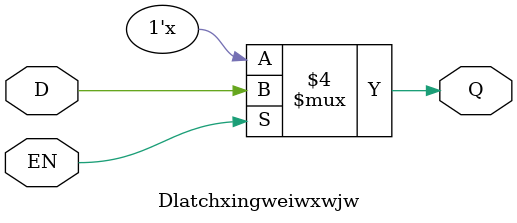
<source format=v>
module Dlatchxingweiwxwjw(EN,D,Q);
input EN;
input D;
output Q;
reg Q;
always @(EN or D)
begin
if(EN==1)
Q=D;
else;
end
endmodule

</source>
